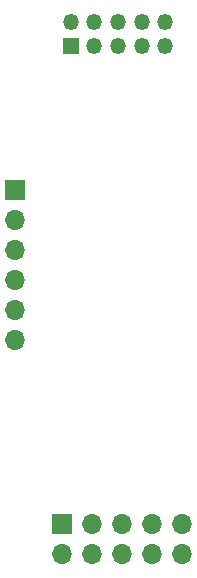
<source format=gts>
G04 #@! TF.GenerationSoftware,KiCad,Pcbnew,8.0.0*
G04 #@! TF.CreationDate,2024-03-09T17:02:07-06:00*
G04 #@! TF.ProjectId,Sonde_Programmer_Adapter,536f6e64-655f-4507-926f-6772616d6d65,rev?*
G04 #@! TF.SameCoordinates,Original*
G04 #@! TF.FileFunction,Soldermask,Top*
G04 #@! TF.FilePolarity,Negative*
%FSLAX46Y46*%
G04 Gerber Fmt 4.6, Leading zero omitted, Abs format (unit mm)*
G04 Created by KiCad (PCBNEW 8.0.0) date 2024-03-09 17:02:07*
%MOMM*%
%LPD*%
G01*
G04 APERTURE LIST*
%ADD10O,1.700000X1.700000*%
%ADD11R,1.700000X1.700000*%
%ADD12R,1.350000X1.350000*%
%ADD13O,1.350000X1.350000*%
G04 APERTURE END LIST*
D10*
X79781000Y-81940000D03*
X79781000Y-79400000D03*
X79781000Y-76860000D03*
X79781000Y-74320000D03*
X79781000Y-71780000D03*
D11*
X79781000Y-69240000D03*
D12*
X84519000Y-57007000D03*
D13*
X84519000Y-55007000D03*
X86519000Y-57007000D03*
X86519000Y-55007000D03*
X88519000Y-57007000D03*
X88519000Y-55007000D03*
X90519000Y-57007000D03*
X90519000Y-55007000D03*
X92519000Y-57007000D03*
X92519000Y-55007000D03*
D11*
X83820000Y-97536000D03*
D10*
X83820000Y-100076000D03*
X86360000Y-97536000D03*
X86360000Y-100076000D03*
X88900000Y-97536000D03*
X88900000Y-100076000D03*
X91440000Y-97536000D03*
X91440000Y-100076000D03*
X93980000Y-97536000D03*
X93980000Y-100076000D03*
M02*

</source>
